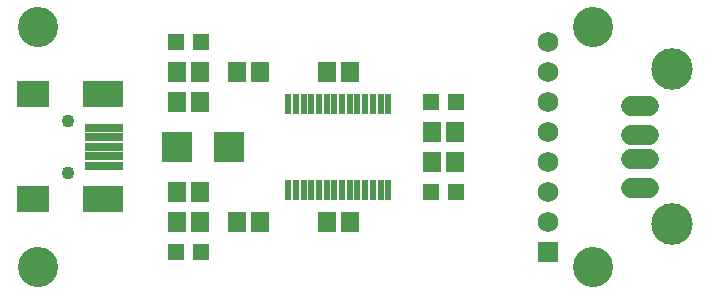
<source format=gts>
G75*
%MOIN*%
%OFA0B0*%
%FSLAX25Y25*%
%IPPOS*%
%LPD*%
%AMOC8*
5,1,8,0,0,1.08239X$1,22.5*
%
%ADD10C,0.13398*%
%ADD11R,0.02375X0.06706*%
%ADD12R,0.05524X0.05524*%
%ADD13R,0.05918X0.06706*%
%ADD14R,0.10249X0.10249*%
%ADD15R,0.10643X0.08674*%
%ADD16R,0.13792X0.08674*%
%ADD17R,0.13005X0.02769*%
%ADD18C,0.04343*%
%ADD19C,0.06540*%
%ADD20C,0.13855*%
%ADD21R,0.06800X0.06800*%
%ADD22C,0.06800*%
D10*
X0029428Y0022513D03*
X0214428Y0022513D03*
X0214428Y0102513D03*
X0029428Y0102513D03*
D11*
X0112795Y0076784D03*
X0115354Y0076784D03*
X0117913Y0076784D03*
X0120472Y0076784D03*
X0123031Y0076784D03*
X0125590Y0076784D03*
X0128149Y0076784D03*
X0130708Y0076784D03*
X0133267Y0076784D03*
X0135826Y0076784D03*
X0138385Y0076784D03*
X0140944Y0076784D03*
X0143503Y0076784D03*
X0146062Y0076784D03*
X0146062Y0048241D03*
X0143503Y0048241D03*
X0140944Y0048241D03*
X0138385Y0048241D03*
X0135826Y0048241D03*
X0133267Y0048241D03*
X0130708Y0048241D03*
X0128149Y0048241D03*
X0125590Y0048241D03*
X0123031Y0048241D03*
X0120472Y0048241D03*
X0117913Y0048241D03*
X0115354Y0048241D03*
X0112795Y0048241D03*
D12*
X0160295Y0047513D03*
X0168562Y0047513D03*
X0168562Y0077513D03*
X0160295Y0077513D03*
X0083562Y0097513D03*
X0075295Y0097513D03*
X0075295Y0027513D03*
X0083562Y0027513D03*
D13*
X0083169Y0037513D03*
X0075688Y0037513D03*
X0095688Y0037513D03*
X0103169Y0037513D03*
X0125688Y0037513D03*
X0133169Y0037513D03*
X0083169Y0047513D03*
X0075688Y0047513D03*
X0075688Y0077513D03*
X0083169Y0077513D03*
X0083169Y0087513D03*
X0075688Y0087513D03*
X0095688Y0087513D03*
X0103169Y0087513D03*
X0125688Y0087513D03*
X0133169Y0087513D03*
X0160688Y0067513D03*
X0168169Y0067513D03*
X0168169Y0057513D03*
X0160688Y0057513D03*
D14*
X0093090Y0062513D03*
X0075767Y0062513D03*
D15*
X0027617Y0080032D03*
X0027617Y0044993D03*
D16*
X0050846Y0044993D03*
X0050846Y0080032D03*
D17*
X0051239Y0068812D03*
X0051239Y0065662D03*
X0051239Y0062513D03*
X0051239Y0059363D03*
X0051239Y0056214D03*
D18*
X0039428Y0053851D03*
X0039428Y0071174D03*
D19*
X0227139Y0066450D02*
X0232879Y0066450D01*
X0232879Y0058576D02*
X0227139Y0058576D01*
X0227139Y0048733D02*
X0232879Y0048733D01*
X0232879Y0076292D02*
X0227139Y0076292D01*
D20*
X0240678Y0088379D03*
X0240678Y0036647D03*
D21*
X0199428Y0027513D03*
D22*
X0199428Y0037513D03*
X0199428Y0047513D03*
X0199428Y0057513D03*
X0199428Y0067513D03*
X0199428Y0077513D03*
X0199428Y0087513D03*
X0199428Y0097513D03*
M02*

</source>
